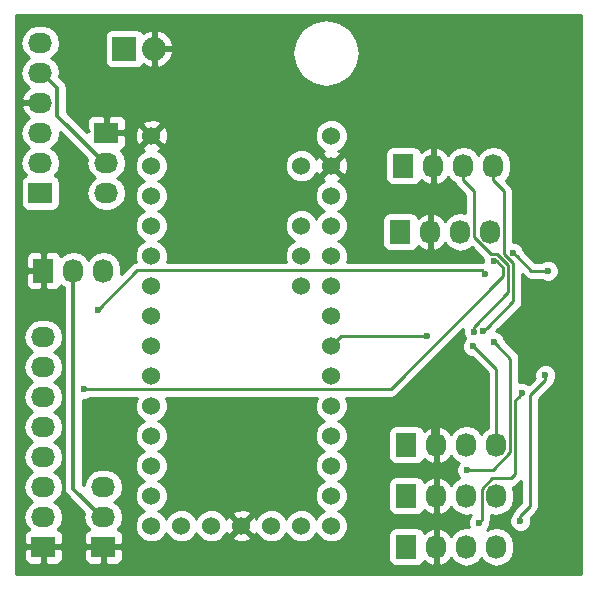
<source format=gbl>
G04 #@! TF.FileFunction,Copper,L2,Bot,Signal*
%FSLAX46Y46*%
G04 Gerber Fmt 4.6, Leading zero omitted, Abs format (unit mm)*
G04 Created by KiCad (PCBNEW (2016-01-17 BZR 6493, Git da9ca2d)-product) date 19.01.2016 21.57.00*
%MOMM*%
G01*
G04 APERTURE LIST*
%ADD10C,0.100000*%
%ADD11C,1.524000*%
%ADD12R,2.032000X1.727200*%
%ADD13O,2.032000X1.727200*%
%ADD14R,1.727200X2.032000*%
%ADD15O,1.727200X2.032000*%
%ADD16R,2.032000X2.032000*%
%ADD17O,2.032000X2.032000*%
%ADD18C,0.600000*%
%ADD19C,0.350000*%
%ADD20C,0.220000*%
%ADD21C,0.254000*%
G04 APERTURE END LIST*
D10*
D11*
X112268000Y-67310000D03*
X112268000Y-69850000D03*
X112268000Y-62230000D03*
X112268000Y-64770000D03*
X112268000Y-72390000D03*
X112268000Y-74930000D03*
X112268000Y-77470000D03*
X112268000Y-80010000D03*
X112268000Y-82550000D03*
X112268000Y-85090000D03*
X112268000Y-87630000D03*
X112268000Y-90170000D03*
X112268000Y-92710000D03*
X112268000Y-95250000D03*
X127508000Y-95250000D03*
X127508000Y-92710000D03*
X127508000Y-90170000D03*
X127508000Y-87630000D03*
X127508000Y-85090000D03*
X127508000Y-82550000D03*
X127508000Y-80010000D03*
X127508000Y-77470000D03*
X127508000Y-74930000D03*
X127508000Y-72390000D03*
X127508000Y-69850000D03*
X127508000Y-67310000D03*
X127508000Y-64770000D03*
X127508000Y-62230000D03*
X124968000Y-64770000D03*
X124968000Y-69850000D03*
X124968000Y-72390000D03*
X124968000Y-74930000D03*
X124968000Y-95250000D03*
X122428000Y-95250000D03*
X119888000Y-95250000D03*
X117348000Y-95250000D03*
X114808000Y-95250000D03*
D12*
X108458000Y-61976000D03*
D13*
X108458000Y-64516000D03*
X108458000Y-67056000D03*
D14*
X103124000Y-73660000D03*
D15*
X105664000Y-73660000D03*
X108204000Y-73660000D03*
D12*
X108204000Y-97028000D03*
D13*
X108204000Y-94488000D03*
X108204000Y-91948000D03*
D12*
X102870000Y-67056000D03*
D13*
X102870000Y-64516000D03*
X102870000Y-61976000D03*
X102870000Y-59436000D03*
X102870000Y-56896000D03*
X102870000Y-54356000D03*
D16*
X109982000Y-54864000D03*
D17*
X112522000Y-54864000D03*
D14*
X133858000Y-88392000D03*
D15*
X136398000Y-88392000D03*
X138938000Y-88392000D03*
X141478000Y-88392000D03*
D14*
X133604000Y-64770000D03*
D15*
X136144000Y-64770000D03*
X138684000Y-64770000D03*
X141224000Y-64770000D03*
D14*
X133858000Y-92710000D03*
D15*
X136398000Y-92710000D03*
X138938000Y-92710000D03*
X141478000Y-92710000D03*
D14*
X133858000Y-97028000D03*
D15*
X136398000Y-97028000D03*
X138938000Y-97028000D03*
X141478000Y-97028000D03*
D14*
X133350000Y-70358000D03*
D15*
X135890000Y-70358000D03*
X138430000Y-70358000D03*
X140970000Y-70358000D03*
D12*
X103124000Y-97028000D03*
D13*
X103124000Y-94488000D03*
X103124000Y-91948000D03*
X103124000Y-89408000D03*
X103124000Y-86868000D03*
X103124000Y-84328000D03*
X103124000Y-81788000D03*
X103124000Y-79248000D03*
D18*
X136057640Y-84140040D03*
X135636000Y-79202280D03*
X141300666Y-72870242D03*
X106553000Y-83642200D03*
X140528040Y-73924160D03*
X107746800Y-76936600D03*
X139526980Y-80060800D03*
X140380724Y-78788422D03*
X143517620Y-94823280D03*
X145633440Y-82489040D03*
X139581096Y-78813217D03*
X141252209Y-79659907D03*
X138993880Y-90520520D03*
X143658136Y-84025910D03*
X139979400Y-94996000D03*
X142889645Y-72128333D03*
X145846800Y-73660000D03*
D19*
X108458000Y-64516000D02*
X108305600Y-64516000D01*
X108305600Y-64516000D02*
X104311010Y-60521410D01*
X104311010Y-58184610D02*
X103022400Y-56896000D01*
X104311010Y-60521410D02*
X104311010Y-58184610D01*
X103022400Y-56896000D02*
X102870000Y-56896000D01*
X108204000Y-94488000D02*
X108051600Y-94488000D01*
X108051600Y-94488000D02*
X105664000Y-92100400D01*
X105664000Y-92100400D02*
X105664000Y-75026000D01*
X105664000Y-75026000D02*
X105664000Y-73660000D01*
D20*
X136057640Y-84140040D02*
X136057640Y-88051640D01*
X136057640Y-88051640D02*
X136398000Y-88392000D01*
X135636000Y-79202280D02*
X128315720Y-79202280D01*
X128315720Y-79202280D02*
X127508000Y-80010000D01*
X142067682Y-74110282D02*
X142067682Y-73405482D01*
X142067682Y-73405482D02*
X141532442Y-72870242D01*
X106553000Y-83642200D02*
X132535764Y-83642200D01*
X132535764Y-83642200D02*
X142067682Y-74110282D01*
X141532442Y-72870242D02*
X141300666Y-72870242D01*
X140228041Y-73624161D02*
X140528040Y-73924160D01*
X107746800Y-76936600D02*
X111059239Y-73624161D01*
X111059239Y-73624161D02*
X140228041Y-73624161D01*
X141478000Y-88392000D02*
X141478000Y-82011820D01*
X141478000Y-82011820D02*
X139826979Y-80360799D01*
X139826979Y-80360799D02*
X139526980Y-80060800D01*
X141224000Y-66006000D02*
X142143610Y-66925610D01*
X142928024Y-73029410D02*
X142928024Y-76241122D01*
X142143610Y-66925610D02*
X142143610Y-72244996D01*
X142143610Y-72244996D02*
X142928024Y-73029410D01*
X140680723Y-78488423D02*
X140380724Y-78788422D01*
X142928024Y-76241122D02*
X140680723Y-78488423D01*
X141224000Y-64770000D02*
X141224000Y-66006000D01*
X145633440Y-82489040D02*
X145633440Y-82913304D01*
X145633440Y-82913304D02*
X144332960Y-84213784D01*
X143517620Y-94399016D02*
X143517620Y-94823280D01*
X144332960Y-84213784D02*
X144332960Y-93583676D01*
X144332960Y-93583676D02*
X143517620Y-94399016D01*
X141564870Y-72260241D02*
X142487693Y-73183064D01*
X142487693Y-75482356D02*
X139581096Y-78388953D01*
X141034383Y-72260241D02*
X141564870Y-72260241D01*
X138684000Y-64770000D02*
X138684000Y-66006000D01*
X142487693Y-73183064D02*
X142487693Y-75482356D01*
X138684000Y-66006000D02*
X139603610Y-66925610D01*
X139603610Y-66925610D02*
X139603610Y-70829468D01*
X139603610Y-70829468D02*
X141034383Y-72260241D01*
X139581096Y-78388953D02*
X139581096Y-78813217D01*
X142677598Y-81085296D02*
X141552208Y-79959906D01*
X141183444Y-90520520D02*
X142677598Y-89026366D01*
X138993880Y-90520520D02*
X141183444Y-90520520D01*
X142677598Y-89026366D02*
X142677598Y-81085296D01*
X141552208Y-79959906D02*
X141252209Y-79659907D01*
X141130722Y-91242282D02*
X142705522Y-91242282D01*
X143097609Y-90850195D02*
X143097609Y-84586437D01*
X140279399Y-92093605D02*
X141130722Y-91242282D01*
X142705522Y-91242282D02*
X143097609Y-90850195D01*
X139979400Y-94996000D02*
X140279399Y-94696001D01*
X140279399Y-94696001D02*
X140279399Y-92093605D01*
X143358137Y-84325909D02*
X143658136Y-84025910D01*
X143097609Y-84586437D02*
X143358137Y-84325909D01*
X143189644Y-72428332D02*
X142889645Y-72128333D01*
X144421312Y-73660000D02*
X143189644Y-72428332D01*
X145846800Y-73660000D02*
X144421312Y-73660000D01*
D21*
G36*
X148642000Y-99366000D02*
X100786000Y-99366000D01*
X100786000Y-97313750D01*
X101473000Y-97313750D01*
X101473000Y-98017910D01*
X101569673Y-98251299D01*
X101748302Y-98429927D01*
X101981691Y-98526600D01*
X102838250Y-98526600D01*
X102997000Y-98367850D01*
X102997000Y-97155000D01*
X103251000Y-97155000D01*
X103251000Y-98367850D01*
X103409750Y-98526600D01*
X104266309Y-98526600D01*
X104499698Y-98429927D01*
X104678327Y-98251299D01*
X104775000Y-98017910D01*
X104775000Y-97313750D01*
X106553000Y-97313750D01*
X106553000Y-98017910D01*
X106649673Y-98251299D01*
X106828302Y-98429927D01*
X107061691Y-98526600D01*
X107918250Y-98526600D01*
X108077000Y-98367850D01*
X108077000Y-97155000D01*
X108331000Y-97155000D01*
X108331000Y-98367850D01*
X108489750Y-98526600D01*
X109346309Y-98526600D01*
X109579698Y-98429927D01*
X109758327Y-98251299D01*
X109855000Y-98017910D01*
X109855000Y-97313750D01*
X109696250Y-97155000D01*
X108331000Y-97155000D01*
X108077000Y-97155000D01*
X106711750Y-97155000D01*
X106553000Y-97313750D01*
X104775000Y-97313750D01*
X104616250Y-97155000D01*
X103251000Y-97155000D01*
X102997000Y-97155000D01*
X101631750Y-97155000D01*
X101473000Y-97313750D01*
X100786000Y-97313750D01*
X100786000Y-79248000D01*
X101440655Y-79248000D01*
X101554729Y-79821489D01*
X101879585Y-80307670D01*
X102194366Y-80518000D01*
X101879585Y-80728330D01*
X101554729Y-81214511D01*
X101440655Y-81788000D01*
X101554729Y-82361489D01*
X101879585Y-82847670D01*
X102194366Y-83058000D01*
X101879585Y-83268330D01*
X101554729Y-83754511D01*
X101440655Y-84328000D01*
X101554729Y-84901489D01*
X101879585Y-85387670D01*
X102194366Y-85598000D01*
X101879585Y-85808330D01*
X101554729Y-86294511D01*
X101440655Y-86868000D01*
X101554729Y-87441489D01*
X101879585Y-87927670D01*
X102194366Y-88138000D01*
X101879585Y-88348330D01*
X101554729Y-88834511D01*
X101440655Y-89408000D01*
X101554729Y-89981489D01*
X101879585Y-90467670D01*
X102194366Y-90678000D01*
X101879585Y-90888330D01*
X101554729Y-91374511D01*
X101440655Y-91948000D01*
X101554729Y-92521489D01*
X101879585Y-93007670D01*
X102194366Y-93218000D01*
X101879585Y-93428330D01*
X101554729Y-93914511D01*
X101440655Y-94488000D01*
X101554729Y-95061489D01*
X101879585Y-95547670D01*
X101901780Y-95562500D01*
X101748302Y-95626073D01*
X101569673Y-95804701D01*
X101473000Y-96038090D01*
X101473000Y-96742250D01*
X101631750Y-96901000D01*
X102997000Y-96901000D01*
X102997000Y-96881000D01*
X103251000Y-96881000D01*
X103251000Y-96901000D01*
X104616250Y-96901000D01*
X104775000Y-96742250D01*
X104775000Y-96038090D01*
X104678327Y-95804701D01*
X104499698Y-95626073D01*
X104346220Y-95562500D01*
X104368415Y-95547670D01*
X104693271Y-95061489D01*
X104807345Y-94488000D01*
X104693271Y-93914511D01*
X104368415Y-93428330D01*
X104053634Y-93218000D01*
X104368415Y-93007670D01*
X104693271Y-92521489D01*
X104807345Y-91948000D01*
X104693271Y-91374511D01*
X104368415Y-90888330D01*
X104053634Y-90678000D01*
X104368415Y-90467670D01*
X104693271Y-89981489D01*
X104807345Y-89408000D01*
X104693271Y-88834511D01*
X104368415Y-88348330D01*
X104053634Y-88138000D01*
X104368415Y-87927670D01*
X104693271Y-87441489D01*
X104807345Y-86868000D01*
X104693271Y-86294511D01*
X104368415Y-85808330D01*
X104053634Y-85598000D01*
X104368415Y-85387670D01*
X104693271Y-84901489D01*
X104807345Y-84328000D01*
X104693271Y-83754511D01*
X104368415Y-83268330D01*
X104053634Y-83058000D01*
X104368415Y-82847670D01*
X104693271Y-82361489D01*
X104807345Y-81788000D01*
X104693271Y-81214511D01*
X104368415Y-80728330D01*
X104053634Y-80518000D01*
X104368415Y-80307670D01*
X104693271Y-79821489D01*
X104807345Y-79248000D01*
X104693271Y-78674511D01*
X104368415Y-78188330D01*
X103882234Y-77863474D01*
X103308745Y-77749400D01*
X102939255Y-77749400D01*
X102365766Y-77863474D01*
X101879585Y-78188330D01*
X101554729Y-78674511D01*
X101440655Y-79248000D01*
X100786000Y-79248000D01*
X100786000Y-73945750D01*
X101625400Y-73945750D01*
X101625400Y-74802309D01*
X101722073Y-75035698D01*
X101900701Y-75214327D01*
X102134090Y-75311000D01*
X102838250Y-75311000D01*
X102997000Y-75152250D01*
X102997000Y-73787000D01*
X101784150Y-73787000D01*
X101625400Y-73945750D01*
X100786000Y-73945750D01*
X100786000Y-72517691D01*
X101625400Y-72517691D01*
X101625400Y-73374250D01*
X101784150Y-73533000D01*
X102997000Y-73533000D01*
X102997000Y-72167750D01*
X103251000Y-72167750D01*
X103251000Y-73533000D01*
X103271000Y-73533000D01*
X103271000Y-73787000D01*
X103251000Y-73787000D01*
X103251000Y-75152250D01*
X103409750Y-75311000D01*
X104113910Y-75311000D01*
X104347299Y-75214327D01*
X104525927Y-75035698D01*
X104589500Y-74882220D01*
X104604330Y-74904415D01*
X104854000Y-75071239D01*
X104854000Y-92100400D01*
X104915658Y-92410374D01*
X105091244Y-92673156D01*
X106584602Y-94166515D01*
X106520655Y-94488000D01*
X106634729Y-95061489D01*
X106959585Y-95547670D01*
X106981780Y-95562500D01*
X106828302Y-95626073D01*
X106649673Y-95804701D01*
X106553000Y-96038090D01*
X106553000Y-96742250D01*
X106711750Y-96901000D01*
X108077000Y-96901000D01*
X108077000Y-96881000D01*
X108331000Y-96881000D01*
X108331000Y-96901000D01*
X109696250Y-96901000D01*
X109855000Y-96742250D01*
X109855000Y-96038090D01*
X109758327Y-95804701D01*
X109579698Y-95626073D01*
X109426220Y-95562500D01*
X109448415Y-95547670D01*
X109773271Y-95061489D01*
X109887345Y-94488000D01*
X109773271Y-93914511D01*
X109448415Y-93428330D01*
X109133634Y-93218000D01*
X109448415Y-93007670D01*
X109773271Y-92521489D01*
X109887345Y-91948000D01*
X109773271Y-91374511D01*
X109448415Y-90888330D01*
X108962234Y-90563474D01*
X108388745Y-90449400D01*
X108019255Y-90449400D01*
X107445766Y-90563474D01*
X106959585Y-90888330D01*
X106634729Y-91374511D01*
X106543295Y-91834183D01*
X106474000Y-91764888D01*
X106474000Y-84577132D01*
X106738167Y-84577362D01*
X107081943Y-84435317D01*
X107130144Y-84387200D01*
X111047178Y-84387200D01*
X110871243Y-84810900D01*
X110870758Y-85366661D01*
X111082990Y-85880303D01*
X111475630Y-86273629D01*
X111683512Y-86359949D01*
X111477697Y-86444990D01*
X111084371Y-86837630D01*
X110871243Y-87350900D01*
X110870758Y-87906661D01*
X111082990Y-88420303D01*
X111475630Y-88813629D01*
X111683512Y-88899949D01*
X111477697Y-88984990D01*
X111084371Y-89377630D01*
X110871243Y-89890900D01*
X110870758Y-90446661D01*
X111082990Y-90960303D01*
X111475630Y-91353629D01*
X111683512Y-91439949D01*
X111477697Y-91524990D01*
X111084371Y-91917630D01*
X110871243Y-92430900D01*
X110870758Y-92986661D01*
X111082990Y-93500303D01*
X111475630Y-93893629D01*
X111683512Y-93979949D01*
X111477697Y-94064990D01*
X111084371Y-94457630D01*
X110871243Y-94970900D01*
X110870758Y-95526661D01*
X111082990Y-96040303D01*
X111475630Y-96433629D01*
X111988900Y-96646757D01*
X112544661Y-96647242D01*
X113058303Y-96435010D01*
X113451629Y-96042370D01*
X113537949Y-95834488D01*
X113622990Y-96040303D01*
X114015630Y-96433629D01*
X114528900Y-96646757D01*
X115084661Y-96647242D01*
X115598303Y-96435010D01*
X115991629Y-96042370D01*
X116077949Y-95834488D01*
X116162990Y-96040303D01*
X116555630Y-96433629D01*
X117068900Y-96646757D01*
X117624661Y-96647242D01*
X118138303Y-96435010D01*
X118343457Y-96230213D01*
X119087392Y-96230213D01*
X119156857Y-96472397D01*
X119680302Y-96659144D01*
X120235368Y-96631362D01*
X120619143Y-96472397D01*
X120688608Y-96230213D01*
X119888000Y-95429605D01*
X119087392Y-96230213D01*
X118343457Y-96230213D01*
X118531629Y-96042370D01*
X118611395Y-95850273D01*
X118665603Y-95981143D01*
X118907787Y-96050608D01*
X119708395Y-95250000D01*
X118907787Y-94449392D01*
X118665603Y-94518857D01*
X118615491Y-94659318D01*
X118533010Y-94459697D01*
X118343432Y-94269787D01*
X119087392Y-94269787D01*
X119888000Y-95070395D01*
X120688608Y-94269787D01*
X120619143Y-94027603D01*
X120095698Y-93840856D01*
X119540632Y-93868638D01*
X119156857Y-94027603D01*
X119087392Y-94269787D01*
X118343432Y-94269787D01*
X118140370Y-94066371D01*
X117627100Y-93853243D01*
X117071339Y-93852758D01*
X116557697Y-94064990D01*
X116164371Y-94457630D01*
X116078051Y-94665512D01*
X115993010Y-94459697D01*
X115600370Y-94066371D01*
X115087100Y-93853243D01*
X114531339Y-93852758D01*
X114017697Y-94064990D01*
X113624371Y-94457630D01*
X113538051Y-94665512D01*
X113453010Y-94459697D01*
X113060370Y-94066371D01*
X112852488Y-93980051D01*
X113058303Y-93895010D01*
X113451629Y-93502370D01*
X113664757Y-92989100D01*
X113665242Y-92433339D01*
X113453010Y-91919697D01*
X113060370Y-91526371D01*
X112852488Y-91440051D01*
X113058303Y-91355010D01*
X113451629Y-90962370D01*
X113664757Y-90449100D01*
X113665242Y-89893339D01*
X113453010Y-89379697D01*
X113060370Y-88986371D01*
X112852488Y-88900051D01*
X113058303Y-88815010D01*
X113451629Y-88422370D01*
X113664757Y-87909100D01*
X113665242Y-87353339D01*
X113453010Y-86839697D01*
X113060370Y-86446371D01*
X112852488Y-86360051D01*
X113058303Y-86275010D01*
X113451629Y-85882370D01*
X113664757Y-85369100D01*
X113665242Y-84813339D01*
X113489165Y-84387200D01*
X126287178Y-84387200D01*
X126111243Y-84810900D01*
X126110758Y-85366661D01*
X126322990Y-85880303D01*
X126715630Y-86273629D01*
X126923512Y-86359949D01*
X126717697Y-86444990D01*
X126324371Y-86837630D01*
X126111243Y-87350900D01*
X126110758Y-87906661D01*
X126322990Y-88420303D01*
X126715630Y-88813629D01*
X126923512Y-88899949D01*
X126717697Y-88984990D01*
X126324371Y-89377630D01*
X126111243Y-89890900D01*
X126110758Y-90446661D01*
X126322990Y-90960303D01*
X126715630Y-91353629D01*
X126923512Y-91439949D01*
X126717697Y-91524990D01*
X126324371Y-91917630D01*
X126111243Y-92430900D01*
X126110758Y-92986661D01*
X126322990Y-93500303D01*
X126715630Y-93893629D01*
X126923512Y-93979949D01*
X126717697Y-94064990D01*
X126324371Y-94457630D01*
X126238051Y-94665512D01*
X126153010Y-94459697D01*
X125760370Y-94066371D01*
X125247100Y-93853243D01*
X124691339Y-93852758D01*
X124177697Y-94064990D01*
X123784371Y-94457630D01*
X123698051Y-94665512D01*
X123613010Y-94459697D01*
X123220370Y-94066371D01*
X122707100Y-93853243D01*
X122151339Y-93852758D01*
X121637697Y-94064990D01*
X121244371Y-94457630D01*
X121164605Y-94649727D01*
X121110397Y-94518857D01*
X120868213Y-94449392D01*
X120067605Y-95250000D01*
X120868213Y-96050608D01*
X121110397Y-95981143D01*
X121160509Y-95840682D01*
X121242990Y-96040303D01*
X121635630Y-96433629D01*
X122148900Y-96646757D01*
X122704661Y-96647242D01*
X123218303Y-96435010D01*
X123611629Y-96042370D01*
X123697949Y-95834488D01*
X123782990Y-96040303D01*
X124175630Y-96433629D01*
X124688900Y-96646757D01*
X125244661Y-96647242D01*
X125758303Y-96435010D01*
X126151629Y-96042370D01*
X126237949Y-95834488D01*
X126322990Y-96040303D01*
X126715630Y-96433629D01*
X127228900Y-96646757D01*
X127784661Y-96647242D01*
X128298303Y-96435010D01*
X128691629Y-96042370D01*
X128704239Y-96012000D01*
X132346960Y-96012000D01*
X132346960Y-98044000D01*
X132396243Y-98291765D01*
X132536591Y-98501809D01*
X132746635Y-98642157D01*
X132994400Y-98691440D01*
X134721600Y-98691440D01*
X134969365Y-98642157D01*
X135179409Y-98501809D01*
X135319757Y-98291765D01*
X135337694Y-98201590D01*
X135495964Y-98378732D01*
X136023209Y-98632709D01*
X136038974Y-98635358D01*
X136271000Y-98514217D01*
X136271000Y-97155000D01*
X136251000Y-97155000D01*
X136251000Y-96901000D01*
X136271000Y-96901000D01*
X136271000Y-95541783D01*
X136038974Y-95420642D01*
X136023209Y-95423291D01*
X135495964Y-95677268D01*
X135337694Y-95854410D01*
X135319757Y-95764235D01*
X135179409Y-95554191D01*
X134969365Y-95413843D01*
X134721600Y-95364560D01*
X132994400Y-95364560D01*
X132746635Y-95413843D01*
X132536591Y-95554191D01*
X132396243Y-95764235D01*
X132346960Y-96012000D01*
X128704239Y-96012000D01*
X128904757Y-95529100D01*
X128905242Y-94973339D01*
X128693010Y-94459697D01*
X128300370Y-94066371D01*
X128092488Y-93980051D01*
X128298303Y-93895010D01*
X128691629Y-93502370D01*
X128904757Y-92989100D01*
X128905242Y-92433339D01*
X128693010Y-91919697D01*
X128467707Y-91694000D01*
X132346960Y-91694000D01*
X132346960Y-93726000D01*
X132396243Y-93973765D01*
X132536591Y-94183809D01*
X132746635Y-94324157D01*
X132994400Y-94373440D01*
X134721600Y-94373440D01*
X134969365Y-94324157D01*
X135179409Y-94183809D01*
X135319757Y-93973765D01*
X135337694Y-93883590D01*
X135495964Y-94060732D01*
X136023209Y-94314709D01*
X136038974Y-94317358D01*
X136271000Y-94196217D01*
X136271000Y-92837000D01*
X136251000Y-92837000D01*
X136251000Y-92583000D01*
X136271000Y-92583000D01*
X136271000Y-91223783D01*
X136038974Y-91102642D01*
X136023209Y-91105291D01*
X135495964Y-91359268D01*
X135337694Y-91536410D01*
X135319757Y-91446235D01*
X135179409Y-91236191D01*
X134969365Y-91095843D01*
X134721600Y-91046560D01*
X132994400Y-91046560D01*
X132746635Y-91095843D01*
X132536591Y-91236191D01*
X132396243Y-91446235D01*
X132346960Y-91694000D01*
X128467707Y-91694000D01*
X128300370Y-91526371D01*
X128092488Y-91440051D01*
X128298303Y-91355010D01*
X128691629Y-90962370D01*
X128904757Y-90449100D01*
X128905242Y-89893339D01*
X128693010Y-89379697D01*
X128300370Y-88986371D01*
X128092488Y-88900051D01*
X128298303Y-88815010D01*
X128691629Y-88422370D01*
X128904757Y-87909100D01*
X128905222Y-87376000D01*
X132346960Y-87376000D01*
X132346960Y-89408000D01*
X132396243Y-89655765D01*
X132536591Y-89865809D01*
X132746635Y-90006157D01*
X132994400Y-90055440D01*
X134721600Y-90055440D01*
X134969365Y-90006157D01*
X135179409Y-89865809D01*
X135319757Y-89655765D01*
X135337694Y-89565590D01*
X135495964Y-89742732D01*
X136023209Y-89996709D01*
X136038974Y-89999358D01*
X136271000Y-89878217D01*
X136271000Y-88519000D01*
X136251000Y-88519000D01*
X136251000Y-88265000D01*
X136271000Y-88265000D01*
X136271000Y-86905783D01*
X136038974Y-86784642D01*
X136023209Y-86787291D01*
X135495964Y-87041268D01*
X135337694Y-87218410D01*
X135319757Y-87128235D01*
X135179409Y-86918191D01*
X134969365Y-86777843D01*
X134721600Y-86728560D01*
X132994400Y-86728560D01*
X132746635Y-86777843D01*
X132536591Y-86918191D01*
X132396243Y-87128235D01*
X132346960Y-87376000D01*
X128905222Y-87376000D01*
X128905242Y-87353339D01*
X128693010Y-86839697D01*
X128300370Y-86446371D01*
X128092488Y-86360051D01*
X128298303Y-86275010D01*
X128691629Y-85882370D01*
X128904757Y-85369100D01*
X128905242Y-84813339D01*
X128729165Y-84387200D01*
X132535759Y-84387200D01*
X132535764Y-84387201D01*
X132820863Y-84330490D01*
X133062559Y-84168995D01*
X138675459Y-78556094D01*
X138646258Y-78626418D01*
X138645934Y-78998384D01*
X138787979Y-79342160D01*
X138855586Y-79409885D01*
X138734788Y-79530473D01*
X138592142Y-79874001D01*
X138591818Y-80245967D01*
X138733863Y-80589743D01*
X138996653Y-80852992D01*
X139340181Y-80995638D01*
X139408287Y-80995697D01*
X140733000Y-82320409D01*
X140733000Y-86937329D01*
X140418330Y-87147585D01*
X140208000Y-87462366D01*
X139997670Y-87147585D01*
X139511489Y-86822729D01*
X138938000Y-86708655D01*
X138364511Y-86822729D01*
X137878330Y-87147585D01*
X137671539Y-87457069D01*
X137300036Y-87041268D01*
X136772791Y-86787291D01*
X136757026Y-86784642D01*
X136525000Y-86905783D01*
X136525000Y-88265000D01*
X136545000Y-88265000D01*
X136545000Y-88519000D01*
X136525000Y-88519000D01*
X136525000Y-89878217D01*
X136757026Y-89999358D01*
X136772791Y-89996709D01*
X137300036Y-89742732D01*
X137671539Y-89326931D01*
X137878330Y-89636415D01*
X138284330Y-89907695D01*
X138201688Y-89990193D01*
X138059042Y-90333721D01*
X138058718Y-90705687D01*
X138200763Y-91049463D01*
X138320935Y-91169845D01*
X137878330Y-91465585D01*
X137671539Y-91775069D01*
X137300036Y-91359268D01*
X136772791Y-91105291D01*
X136757026Y-91102642D01*
X136525000Y-91223783D01*
X136525000Y-92583000D01*
X136545000Y-92583000D01*
X136545000Y-92837000D01*
X136525000Y-92837000D01*
X136525000Y-94196217D01*
X136757026Y-94317358D01*
X136772791Y-94314709D01*
X137300036Y-94060732D01*
X137671539Y-93644931D01*
X137878330Y-93954415D01*
X138364511Y-94279271D01*
X138938000Y-94393345D01*
X139339706Y-94313441D01*
X139187208Y-94465673D01*
X139044562Y-94809201D01*
X139044238Y-95181167D01*
X139127352Y-95382319D01*
X138938000Y-95344655D01*
X138364511Y-95458729D01*
X137878330Y-95783585D01*
X137671539Y-96093069D01*
X137300036Y-95677268D01*
X136772791Y-95423291D01*
X136757026Y-95420642D01*
X136525000Y-95541783D01*
X136525000Y-96901000D01*
X136545000Y-96901000D01*
X136545000Y-97155000D01*
X136525000Y-97155000D01*
X136525000Y-98514217D01*
X136757026Y-98635358D01*
X136772791Y-98632709D01*
X137300036Y-98378732D01*
X137671539Y-97962931D01*
X137878330Y-98272415D01*
X138364511Y-98597271D01*
X138938000Y-98711345D01*
X139511489Y-98597271D01*
X139997670Y-98272415D01*
X140208000Y-97957634D01*
X140418330Y-98272415D01*
X140904511Y-98597271D01*
X141478000Y-98711345D01*
X142051489Y-98597271D01*
X142537670Y-98272415D01*
X142862526Y-97786234D01*
X142976600Y-97212745D01*
X142976600Y-96843255D01*
X142862526Y-96269766D01*
X142537670Y-95783585D01*
X142051489Y-95458729D01*
X141478000Y-95344655D01*
X140904511Y-95458729D01*
X140707317Y-95590490D01*
X140771592Y-95526327D01*
X140914238Y-95182799D01*
X140914344Y-95060937D01*
X140967689Y-94981100D01*
X140978687Y-94925811D01*
X141024400Y-94696001D01*
X141024399Y-94695996D01*
X141024399Y-94303118D01*
X141478000Y-94393345D01*
X142051489Y-94279271D01*
X142537670Y-93954415D01*
X142862526Y-93468234D01*
X142976600Y-92894745D01*
X142976600Y-92525255D01*
X142863346Y-91955889D01*
X142990621Y-91930572D01*
X143232317Y-91769077D01*
X143587960Y-91413433D01*
X143587960Y-93275087D01*
X142990825Y-93872221D01*
X142829330Y-94113917D01*
X142810637Y-94207893D01*
X142725428Y-94292953D01*
X142582782Y-94636481D01*
X142582458Y-95008447D01*
X142724503Y-95352223D01*
X142987293Y-95615472D01*
X143330821Y-95758118D01*
X143702787Y-95758442D01*
X144046563Y-95616397D01*
X144309812Y-95353607D01*
X144452458Y-95010079D01*
X144452782Y-94638113D01*
X144417501Y-94552725D01*
X144859752Y-94110473D01*
X144859755Y-94110471D01*
X145021250Y-93868775D01*
X145024436Y-93852758D01*
X145077961Y-93583676D01*
X145077960Y-93583671D01*
X145077960Y-84522374D01*
X146160232Y-83440101D01*
X146160235Y-83440099D01*
X146321730Y-83198403D01*
X146340423Y-83104427D01*
X146425632Y-83019367D01*
X146568278Y-82675839D01*
X146568602Y-82303873D01*
X146426557Y-81960097D01*
X146163767Y-81696848D01*
X145820239Y-81554202D01*
X145448273Y-81553878D01*
X145104497Y-81695923D01*
X144841248Y-81958713D01*
X144698602Y-82302241D01*
X144698278Y-82674207D01*
X144733560Y-82759595D01*
X144223919Y-83269236D01*
X144188463Y-83233718D01*
X143844935Y-83091072D01*
X143472969Y-83090748D01*
X143422598Y-83111561D01*
X143422598Y-81085301D01*
X143422599Y-81085296D01*
X143365888Y-80800197D01*
X143317868Y-80728330D01*
X143204393Y-80558501D01*
X143204390Y-80558499D01*
X142187313Y-79541421D01*
X142187371Y-79474740D01*
X142045326Y-79130964D01*
X141782536Y-78867715D01*
X141480456Y-78742280D01*
X143454816Y-76767919D01*
X143454819Y-76767917D01*
X143616314Y-76526221D01*
X143639898Y-76407657D01*
X143673025Y-76241122D01*
X143673024Y-76241117D01*
X143673024Y-73965301D01*
X143894515Y-74186792D01*
X143894517Y-74186795D01*
X143938226Y-74216000D01*
X144136213Y-74348290D01*
X144421312Y-74405001D01*
X144421317Y-74405000D01*
X145269363Y-74405000D01*
X145316473Y-74452192D01*
X145660001Y-74594838D01*
X146031967Y-74595162D01*
X146375743Y-74453117D01*
X146638992Y-74190327D01*
X146781638Y-73846799D01*
X146781962Y-73474833D01*
X146639917Y-73131057D01*
X146377127Y-72867808D01*
X146033599Y-72725162D01*
X145661633Y-72724838D01*
X145317857Y-72866883D01*
X145269656Y-72915000D01*
X144729901Y-72915000D01*
X143824749Y-72009847D01*
X143824807Y-71943166D01*
X143682762Y-71599390D01*
X143419972Y-71336141D01*
X143076444Y-71193495D01*
X142888610Y-71193331D01*
X142888610Y-66925615D01*
X142888611Y-66925610D01*
X142831900Y-66640511D01*
X142670405Y-66398815D01*
X142284605Y-66013015D01*
X142608526Y-65528234D01*
X142722600Y-64954745D01*
X142722600Y-64585255D01*
X142608526Y-64011766D01*
X142283670Y-63525585D01*
X141797489Y-63200729D01*
X141224000Y-63086655D01*
X140650511Y-63200729D01*
X140164330Y-63525585D01*
X139954000Y-63840366D01*
X139743670Y-63525585D01*
X139257489Y-63200729D01*
X138684000Y-63086655D01*
X138110511Y-63200729D01*
X137624330Y-63525585D01*
X137417539Y-63835069D01*
X137046036Y-63419268D01*
X136518791Y-63165291D01*
X136503026Y-63162642D01*
X136271000Y-63283783D01*
X136271000Y-64643000D01*
X136291000Y-64643000D01*
X136291000Y-64897000D01*
X136271000Y-64897000D01*
X136271000Y-66256217D01*
X136503026Y-66377358D01*
X136518791Y-66374709D01*
X137046036Y-66120732D01*
X137417539Y-65704931D01*
X137624330Y-66014415D01*
X137989164Y-66258189D01*
X137995710Y-66291099D01*
X138157205Y-66532795D01*
X138858610Y-67234200D01*
X138858610Y-68759911D01*
X138430000Y-68674655D01*
X137856511Y-68788729D01*
X137370330Y-69113585D01*
X137163539Y-69423069D01*
X136792036Y-69007268D01*
X136264791Y-68753291D01*
X136249026Y-68750642D01*
X136017000Y-68871783D01*
X136017000Y-70231000D01*
X136037000Y-70231000D01*
X136037000Y-70485000D01*
X136017000Y-70485000D01*
X136017000Y-71844217D01*
X136249026Y-71965358D01*
X136264791Y-71962709D01*
X136792036Y-71708732D01*
X137163539Y-71292931D01*
X137370330Y-71602415D01*
X137856511Y-71927271D01*
X138430000Y-72041345D01*
X139003489Y-71927271D01*
X139389739Y-71669187D01*
X140377027Y-72656474D01*
X140365828Y-72683443D01*
X140365634Y-72906530D01*
X140228041Y-72879160D01*
X140228036Y-72879161D01*
X128817532Y-72879161D01*
X128904757Y-72669100D01*
X128905242Y-72113339D01*
X128693010Y-71599697D01*
X128300370Y-71206371D01*
X128092488Y-71120051D01*
X128298303Y-71035010D01*
X128691629Y-70642370D01*
X128904757Y-70129100D01*
X128905242Y-69573339D01*
X128809655Y-69342000D01*
X131838960Y-69342000D01*
X131838960Y-71374000D01*
X131888243Y-71621765D01*
X132028591Y-71831809D01*
X132238635Y-71972157D01*
X132486400Y-72021440D01*
X134213600Y-72021440D01*
X134461365Y-71972157D01*
X134671409Y-71831809D01*
X134811757Y-71621765D01*
X134829694Y-71531590D01*
X134987964Y-71708732D01*
X135515209Y-71962709D01*
X135530974Y-71965358D01*
X135763000Y-71844217D01*
X135763000Y-70485000D01*
X135743000Y-70485000D01*
X135743000Y-70231000D01*
X135763000Y-70231000D01*
X135763000Y-68871783D01*
X135530974Y-68750642D01*
X135515209Y-68753291D01*
X134987964Y-69007268D01*
X134829694Y-69184410D01*
X134811757Y-69094235D01*
X134671409Y-68884191D01*
X134461365Y-68743843D01*
X134213600Y-68694560D01*
X132486400Y-68694560D01*
X132238635Y-68743843D01*
X132028591Y-68884191D01*
X131888243Y-69094235D01*
X131838960Y-69342000D01*
X128809655Y-69342000D01*
X128693010Y-69059697D01*
X128300370Y-68666371D01*
X128092488Y-68580051D01*
X128298303Y-68495010D01*
X128691629Y-68102370D01*
X128904757Y-67589100D01*
X128905242Y-67033339D01*
X128693010Y-66519697D01*
X128300370Y-66126371D01*
X128108273Y-66046605D01*
X128239143Y-65992397D01*
X128308608Y-65750213D01*
X127508000Y-64949605D01*
X126707392Y-65750213D01*
X126776857Y-65992397D01*
X126917318Y-66042509D01*
X126717697Y-66124990D01*
X126324371Y-66517630D01*
X126111243Y-67030900D01*
X126110758Y-67586661D01*
X126322990Y-68100303D01*
X126715630Y-68493629D01*
X126923512Y-68579949D01*
X126717697Y-68664990D01*
X126324371Y-69057630D01*
X126238051Y-69265512D01*
X126153010Y-69059697D01*
X125760370Y-68666371D01*
X125247100Y-68453243D01*
X124691339Y-68452758D01*
X124177697Y-68664990D01*
X123784371Y-69057630D01*
X123571243Y-69570900D01*
X123570758Y-70126661D01*
X123782990Y-70640303D01*
X124175630Y-71033629D01*
X124383512Y-71119949D01*
X124177697Y-71204990D01*
X123784371Y-71597630D01*
X123571243Y-72110900D01*
X123570758Y-72666661D01*
X123658561Y-72879161D01*
X113577532Y-72879161D01*
X113664757Y-72669100D01*
X113665242Y-72113339D01*
X113453010Y-71599697D01*
X113060370Y-71206371D01*
X112852488Y-71120051D01*
X113058303Y-71035010D01*
X113451629Y-70642370D01*
X113664757Y-70129100D01*
X113665242Y-69573339D01*
X113453010Y-69059697D01*
X113060370Y-68666371D01*
X112852488Y-68580051D01*
X113058303Y-68495010D01*
X113451629Y-68102370D01*
X113664757Y-67589100D01*
X113665242Y-67033339D01*
X113453010Y-66519697D01*
X113060370Y-66126371D01*
X112852488Y-66040051D01*
X113058303Y-65955010D01*
X113451629Y-65562370D01*
X113664757Y-65049100D01*
X113664759Y-65046661D01*
X123570758Y-65046661D01*
X123782990Y-65560303D01*
X124175630Y-65953629D01*
X124688900Y-66166757D01*
X125244661Y-66167242D01*
X125758303Y-65955010D01*
X126151629Y-65562370D01*
X126231395Y-65370273D01*
X126285603Y-65501143D01*
X126527787Y-65570608D01*
X127328395Y-64770000D01*
X127687605Y-64770000D01*
X128488213Y-65570608D01*
X128730397Y-65501143D01*
X128917144Y-64977698D01*
X128889362Y-64422632D01*
X128730397Y-64038857D01*
X128488213Y-63969392D01*
X127687605Y-64770000D01*
X127328395Y-64770000D01*
X126527787Y-63969392D01*
X126285603Y-64038857D01*
X126235491Y-64179318D01*
X126153010Y-63979697D01*
X125760370Y-63586371D01*
X125247100Y-63373243D01*
X124691339Y-63372758D01*
X124177697Y-63584990D01*
X123784371Y-63977630D01*
X123571243Y-64490900D01*
X123570758Y-65046661D01*
X113664759Y-65046661D01*
X113665242Y-64493339D01*
X113453010Y-63979697D01*
X113060370Y-63586371D01*
X112868273Y-63506605D01*
X112999143Y-63452397D01*
X113068608Y-63210213D01*
X112268000Y-62409605D01*
X111467392Y-63210213D01*
X111536857Y-63452397D01*
X111677318Y-63502509D01*
X111477697Y-63584990D01*
X111084371Y-63977630D01*
X110871243Y-64490900D01*
X110870758Y-65046661D01*
X111082990Y-65560303D01*
X111475630Y-65953629D01*
X111683512Y-66039949D01*
X111477697Y-66124990D01*
X111084371Y-66517630D01*
X110871243Y-67030900D01*
X110870758Y-67586661D01*
X111082990Y-68100303D01*
X111475630Y-68493629D01*
X111683512Y-68579949D01*
X111477697Y-68664990D01*
X111084371Y-69057630D01*
X110871243Y-69570900D01*
X110870758Y-70126661D01*
X111082990Y-70640303D01*
X111475630Y-71033629D01*
X111683512Y-71119949D01*
X111477697Y-71204990D01*
X111084371Y-71597630D01*
X110871243Y-72110900D01*
X110870758Y-72666661D01*
X110966207Y-72897666D01*
X110774140Y-72935871D01*
X110532444Y-73097366D01*
X110532442Y-73097369D01*
X109682124Y-73947687D01*
X109702600Y-73844745D01*
X109702600Y-73475255D01*
X109588526Y-72901766D01*
X109263670Y-72415585D01*
X108777489Y-72090729D01*
X108204000Y-71976655D01*
X107630511Y-72090729D01*
X107144330Y-72415585D01*
X106934000Y-72730366D01*
X106723670Y-72415585D01*
X106237489Y-72090729D01*
X105664000Y-71976655D01*
X105090511Y-72090729D01*
X104604330Y-72415585D01*
X104589500Y-72437780D01*
X104525927Y-72284302D01*
X104347299Y-72105673D01*
X104113910Y-72009000D01*
X103409750Y-72009000D01*
X103251000Y-72167750D01*
X102997000Y-72167750D01*
X102838250Y-72009000D01*
X102134090Y-72009000D01*
X101900701Y-72105673D01*
X101722073Y-72284302D01*
X101625400Y-72517691D01*
X100786000Y-72517691D01*
X100786000Y-54356000D01*
X101186655Y-54356000D01*
X101300729Y-54929489D01*
X101625585Y-55415670D01*
X101940366Y-55626000D01*
X101625585Y-55836330D01*
X101300729Y-56322511D01*
X101186655Y-56896000D01*
X101300729Y-57469489D01*
X101625585Y-57955670D01*
X101935069Y-58162461D01*
X101519268Y-58533964D01*
X101265291Y-59061209D01*
X101262642Y-59076974D01*
X101383783Y-59309000D01*
X102743000Y-59309000D01*
X102743000Y-59289000D01*
X102997000Y-59289000D01*
X102997000Y-59309000D01*
X103017000Y-59309000D01*
X103017000Y-59563000D01*
X102997000Y-59563000D01*
X102997000Y-59583000D01*
X102743000Y-59583000D01*
X102743000Y-59563000D01*
X101383783Y-59563000D01*
X101262642Y-59795026D01*
X101265291Y-59810791D01*
X101519268Y-60338036D01*
X101935069Y-60709539D01*
X101625585Y-60916330D01*
X101300729Y-61402511D01*
X101186655Y-61976000D01*
X101300729Y-62549489D01*
X101625585Y-63035670D01*
X101940366Y-63246000D01*
X101625585Y-63456330D01*
X101300729Y-63942511D01*
X101186655Y-64516000D01*
X101300729Y-65089489D01*
X101625585Y-65575670D01*
X101642566Y-65587016D01*
X101606235Y-65594243D01*
X101396191Y-65734591D01*
X101255843Y-65944635D01*
X101206560Y-66192400D01*
X101206560Y-67919600D01*
X101255843Y-68167365D01*
X101396191Y-68377409D01*
X101606235Y-68517757D01*
X101854000Y-68567040D01*
X103886000Y-68567040D01*
X104133765Y-68517757D01*
X104343809Y-68377409D01*
X104484157Y-68167365D01*
X104533440Y-67919600D01*
X104533440Y-66192400D01*
X104484157Y-65944635D01*
X104343809Y-65734591D01*
X104133765Y-65594243D01*
X104097434Y-65587016D01*
X104114415Y-65575670D01*
X104439271Y-65089489D01*
X104553345Y-64516000D01*
X104439271Y-63942511D01*
X104114415Y-63456330D01*
X103799634Y-63246000D01*
X104114415Y-63035670D01*
X104439271Y-62549489D01*
X104553345Y-61976000D01*
X104536773Y-61892685D01*
X106838602Y-64194515D01*
X106774655Y-64516000D01*
X106888729Y-65089489D01*
X107213585Y-65575670D01*
X107528366Y-65786000D01*
X107213585Y-65996330D01*
X106888729Y-66482511D01*
X106774655Y-67056000D01*
X106888729Y-67629489D01*
X107213585Y-68115670D01*
X107699766Y-68440526D01*
X108273255Y-68554600D01*
X108642745Y-68554600D01*
X109216234Y-68440526D01*
X109702415Y-68115670D01*
X110027271Y-67629489D01*
X110141345Y-67056000D01*
X110027271Y-66482511D01*
X109702415Y-65996330D01*
X109387634Y-65786000D01*
X109702415Y-65575670D01*
X110027271Y-65089489D01*
X110141345Y-64516000D01*
X110027271Y-63942511D01*
X109702415Y-63456330D01*
X109680220Y-63441500D01*
X109833698Y-63377927D01*
X110012327Y-63199299D01*
X110109000Y-62965910D01*
X110109000Y-62261750D01*
X109950250Y-62103000D01*
X108585000Y-62103000D01*
X108585000Y-62123000D01*
X108331000Y-62123000D01*
X108331000Y-62103000D01*
X108311000Y-62103000D01*
X108311000Y-62022302D01*
X110858856Y-62022302D01*
X110886638Y-62577368D01*
X111045603Y-62961143D01*
X111287787Y-63030608D01*
X112088395Y-62230000D01*
X112447605Y-62230000D01*
X113248213Y-63030608D01*
X113490397Y-62961143D01*
X113652540Y-62506661D01*
X126110758Y-62506661D01*
X126322990Y-63020303D01*
X126715630Y-63413629D01*
X126907727Y-63493395D01*
X126776857Y-63547603D01*
X126707392Y-63789787D01*
X127508000Y-64590395D01*
X128308608Y-63789787D01*
X128298344Y-63754000D01*
X132092960Y-63754000D01*
X132092960Y-65786000D01*
X132142243Y-66033765D01*
X132282591Y-66243809D01*
X132492635Y-66384157D01*
X132740400Y-66433440D01*
X134467600Y-66433440D01*
X134715365Y-66384157D01*
X134925409Y-66243809D01*
X135065757Y-66033765D01*
X135083694Y-65943590D01*
X135241964Y-66120732D01*
X135769209Y-66374709D01*
X135784974Y-66377358D01*
X136017000Y-66256217D01*
X136017000Y-64897000D01*
X135997000Y-64897000D01*
X135997000Y-64643000D01*
X136017000Y-64643000D01*
X136017000Y-63283783D01*
X135784974Y-63162642D01*
X135769209Y-63165291D01*
X135241964Y-63419268D01*
X135083694Y-63596410D01*
X135065757Y-63506235D01*
X134925409Y-63296191D01*
X134715365Y-63155843D01*
X134467600Y-63106560D01*
X132740400Y-63106560D01*
X132492635Y-63155843D01*
X132282591Y-63296191D01*
X132142243Y-63506235D01*
X132092960Y-63754000D01*
X128298344Y-63754000D01*
X128239143Y-63547603D01*
X128098682Y-63497491D01*
X128298303Y-63415010D01*
X128691629Y-63022370D01*
X128904757Y-62509100D01*
X128905242Y-61953339D01*
X128693010Y-61439697D01*
X128300370Y-61046371D01*
X127787100Y-60833243D01*
X127231339Y-60832758D01*
X126717697Y-61044990D01*
X126324371Y-61437630D01*
X126111243Y-61950900D01*
X126110758Y-62506661D01*
X113652540Y-62506661D01*
X113677144Y-62437698D01*
X113649362Y-61882632D01*
X113490397Y-61498857D01*
X113248213Y-61429392D01*
X112447605Y-62230000D01*
X112088395Y-62230000D01*
X111287787Y-61429392D01*
X111045603Y-61498857D01*
X110858856Y-62022302D01*
X108311000Y-62022302D01*
X108311000Y-61849000D01*
X108331000Y-61849000D01*
X108331000Y-60636150D01*
X108585000Y-60636150D01*
X108585000Y-61849000D01*
X109950250Y-61849000D01*
X110109000Y-61690250D01*
X110109000Y-61249787D01*
X111467392Y-61249787D01*
X112268000Y-62050395D01*
X113068608Y-61249787D01*
X112999143Y-61007603D01*
X112475698Y-60820856D01*
X111920632Y-60848638D01*
X111536857Y-61007603D01*
X111467392Y-61249787D01*
X110109000Y-61249787D01*
X110109000Y-60986090D01*
X110012327Y-60752701D01*
X109833698Y-60574073D01*
X109600309Y-60477400D01*
X108743750Y-60477400D01*
X108585000Y-60636150D01*
X108331000Y-60636150D01*
X108172250Y-60477400D01*
X107315691Y-60477400D01*
X107082302Y-60574073D01*
X106903673Y-60752701D01*
X106807000Y-60986090D01*
X106807000Y-61690250D01*
X106965748Y-61848998D01*
X106807000Y-61848998D01*
X106807000Y-61871887D01*
X105121010Y-60185898D01*
X105121010Y-58184610D01*
X105075471Y-57955670D01*
X105059353Y-57874637D01*
X104883767Y-57611854D01*
X104489398Y-57217485D01*
X104553345Y-56896000D01*
X104439271Y-56322511D01*
X104114415Y-55836330D01*
X103799634Y-55626000D01*
X104114415Y-55415670D01*
X104439271Y-54929489D01*
X104553345Y-54356000D01*
X104452298Y-53848000D01*
X108318560Y-53848000D01*
X108318560Y-55880000D01*
X108367843Y-56127765D01*
X108508191Y-56337809D01*
X108718235Y-56478157D01*
X108966000Y-56527440D01*
X110998000Y-56527440D01*
X111245765Y-56478157D01*
X111455809Y-56337809D01*
X111560662Y-56180887D01*
X111657182Y-56270385D01*
X112139056Y-56469975D01*
X112395000Y-56350836D01*
X112395000Y-54991000D01*
X112649000Y-54991000D01*
X112649000Y-56350836D01*
X112904944Y-56469975D01*
X113386818Y-56270385D01*
X113859188Y-55832379D01*
X114127983Y-55246946D01*
X114122373Y-55234840D01*
X124211358Y-55234840D01*
X124429044Y-56329224D01*
X125048963Y-57256997D01*
X125976736Y-57876916D01*
X127071120Y-58094602D01*
X128165504Y-57876916D01*
X129093277Y-57256997D01*
X129713196Y-56329224D01*
X129930882Y-55234840D01*
X129713196Y-54140456D01*
X129093277Y-53212683D01*
X128165504Y-52592764D01*
X127071120Y-52375078D01*
X125976736Y-52592764D01*
X125048963Y-53212683D01*
X124429044Y-54140456D01*
X124211358Y-55234840D01*
X114122373Y-55234840D01*
X114009367Y-54991000D01*
X112649000Y-54991000D01*
X112395000Y-54991000D01*
X112375000Y-54991000D01*
X112375000Y-54737000D01*
X112395000Y-54737000D01*
X112395000Y-53377164D01*
X112649000Y-53377164D01*
X112649000Y-54737000D01*
X114009367Y-54737000D01*
X114127983Y-54481054D01*
X113859188Y-53895621D01*
X113386818Y-53457615D01*
X112904944Y-53258025D01*
X112649000Y-53377164D01*
X112395000Y-53377164D01*
X112139056Y-53258025D01*
X111657182Y-53457615D01*
X111560662Y-53547113D01*
X111455809Y-53390191D01*
X111245765Y-53249843D01*
X110998000Y-53200560D01*
X108966000Y-53200560D01*
X108718235Y-53249843D01*
X108508191Y-53390191D01*
X108367843Y-53600235D01*
X108318560Y-53848000D01*
X104452298Y-53848000D01*
X104439271Y-53782511D01*
X104114415Y-53296330D01*
X103628234Y-52971474D01*
X103054745Y-52857400D01*
X102685255Y-52857400D01*
X102111766Y-52971474D01*
X101625585Y-53296330D01*
X101300729Y-53782511D01*
X101186655Y-54356000D01*
X100786000Y-54356000D01*
X100786000Y-52018000D01*
X148642000Y-52018000D01*
X148642000Y-99366000D01*
X148642000Y-99366000D01*
G37*
X148642000Y-99366000D02*
X100786000Y-99366000D01*
X100786000Y-97313750D01*
X101473000Y-97313750D01*
X101473000Y-98017910D01*
X101569673Y-98251299D01*
X101748302Y-98429927D01*
X101981691Y-98526600D01*
X102838250Y-98526600D01*
X102997000Y-98367850D01*
X102997000Y-97155000D01*
X103251000Y-97155000D01*
X103251000Y-98367850D01*
X103409750Y-98526600D01*
X104266309Y-98526600D01*
X104499698Y-98429927D01*
X104678327Y-98251299D01*
X104775000Y-98017910D01*
X104775000Y-97313750D01*
X106553000Y-97313750D01*
X106553000Y-98017910D01*
X106649673Y-98251299D01*
X106828302Y-98429927D01*
X107061691Y-98526600D01*
X107918250Y-98526600D01*
X108077000Y-98367850D01*
X108077000Y-97155000D01*
X108331000Y-97155000D01*
X108331000Y-98367850D01*
X108489750Y-98526600D01*
X109346309Y-98526600D01*
X109579698Y-98429927D01*
X109758327Y-98251299D01*
X109855000Y-98017910D01*
X109855000Y-97313750D01*
X109696250Y-97155000D01*
X108331000Y-97155000D01*
X108077000Y-97155000D01*
X106711750Y-97155000D01*
X106553000Y-97313750D01*
X104775000Y-97313750D01*
X104616250Y-97155000D01*
X103251000Y-97155000D01*
X102997000Y-97155000D01*
X101631750Y-97155000D01*
X101473000Y-97313750D01*
X100786000Y-97313750D01*
X100786000Y-79248000D01*
X101440655Y-79248000D01*
X101554729Y-79821489D01*
X101879585Y-80307670D01*
X102194366Y-80518000D01*
X101879585Y-80728330D01*
X101554729Y-81214511D01*
X101440655Y-81788000D01*
X101554729Y-82361489D01*
X101879585Y-82847670D01*
X102194366Y-83058000D01*
X101879585Y-83268330D01*
X101554729Y-83754511D01*
X101440655Y-84328000D01*
X101554729Y-84901489D01*
X101879585Y-85387670D01*
X102194366Y-85598000D01*
X101879585Y-85808330D01*
X101554729Y-86294511D01*
X101440655Y-86868000D01*
X101554729Y-87441489D01*
X101879585Y-87927670D01*
X102194366Y-88138000D01*
X101879585Y-88348330D01*
X101554729Y-88834511D01*
X101440655Y-89408000D01*
X101554729Y-89981489D01*
X101879585Y-90467670D01*
X102194366Y-90678000D01*
X101879585Y-90888330D01*
X101554729Y-91374511D01*
X101440655Y-91948000D01*
X101554729Y-92521489D01*
X101879585Y-93007670D01*
X102194366Y-93218000D01*
X101879585Y-93428330D01*
X101554729Y-93914511D01*
X101440655Y-94488000D01*
X101554729Y-95061489D01*
X101879585Y-95547670D01*
X101901780Y-95562500D01*
X101748302Y-95626073D01*
X101569673Y-95804701D01*
X101473000Y-96038090D01*
X101473000Y-96742250D01*
X101631750Y-96901000D01*
X102997000Y-96901000D01*
X102997000Y-96881000D01*
X103251000Y-96881000D01*
X103251000Y-96901000D01*
X104616250Y-96901000D01*
X104775000Y-96742250D01*
X104775000Y-96038090D01*
X104678327Y-95804701D01*
X104499698Y-95626073D01*
X104346220Y-95562500D01*
X104368415Y-95547670D01*
X104693271Y-95061489D01*
X104807345Y-94488000D01*
X104693271Y-93914511D01*
X104368415Y-93428330D01*
X104053634Y-93218000D01*
X104368415Y-93007670D01*
X104693271Y-92521489D01*
X104807345Y-91948000D01*
X104693271Y-91374511D01*
X104368415Y-90888330D01*
X104053634Y-90678000D01*
X104368415Y-90467670D01*
X104693271Y-89981489D01*
X104807345Y-89408000D01*
X104693271Y-88834511D01*
X104368415Y-88348330D01*
X104053634Y-88138000D01*
X104368415Y-87927670D01*
X104693271Y-87441489D01*
X104807345Y-86868000D01*
X104693271Y-86294511D01*
X104368415Y-85808330D01*
X104053634Y-85598000D01*
X104368415Y-85387670D01*
X104693271Y-84901489D01*
X104807345Y-84328000D01*
X104693271Y-83754511D01*
X104368415Y-83268330D01*
X104053634Y-83058000D01*
X104368415Y-82847670D01*
X104693271Y-82361489D01*
X104807345Y-81788000D01*
X104693271Y-81214511D01*
X104368415Y-80728330D01*
X104053634Y-80518000D01*
X104368415Y-80307670D01*
X104693271Y-79821489D01*
X104807345Y-79248000D01*
X104693271Y-78674511D01*
X104368415Y-78188330D01*
X103882234Y-77863474D01*
X103308745Y-77749400D01*
X102939255Y-77749400D01*
X102365766Y-77863474D01*
X101879585Y-78188330D01*
X101554729Y-78674511D01*
X101440655Y-79248000D01*
X100786000Y-79248000D01*
X100786000Y-73945750D01*
X101625400Y-73945750D01*
X101625400Y-74802309D01*
X101722073Y-75035698D01*
X101900701Y-75214327D01*
X102134090Y-75311000D01*
X102838250Y-75311000D01*
X102997000Y-75152250D01*
X102997000Y-73787000D01*
X101784150Y-73787000D01*
X101625400Y-73945750D01*
X100786000Y-73945750D01*
X100786000Y-72517691D01*
X101625400Y-72517691D01*
X101625400Y-73374250D01*
X101784150Y-73533000D01*
X102997000Y-73533000D01*
X102997000Y-72167750D01*
X103251000Y-72167750D01*
X103251000Y-73533000D01*
X103271000Y-73533000D01*
X103271000Y-73787000D01*
X103251000Y-73787000D01*
X103251000Y-75152250D01*
X103409750Y-75311000D01*
X104113910Y-75311000D01*
X104347299Y-75214327D01*
X104525927Y-75035698D01*
X104589500Y-74882220D01*
X104604330Y-74904415D01*
X104854000Y-75071239D01*
X104854000Y-92100400D01*
X104915658Y-92410374D01*
X105091244Y-92673156D01*
X106584602Y-94166515D01*
X106520655Y-94488000D01*
X106634729Y-95061489D01*
X106959585Y-95547670D01*
X106981780Y-95562500D01*
X106828302Y-95626073D01*
X106649673Y-95804701D01*
X106553000Y-96038090D01*
X106553000Y-96742250D01*
X106711750Y-96901000D01*
X108077000Y-96901000D01*
X108077000Y-96881000D01*
X108331000Y-96881000D01*
X108331000Y-96901000D01*
X109696250Y-96901000D01*
X109855000Y-96742250D01*
X109855000Y-96038090D01*
X109758327Y-95804701D01*
X109579698Y-95626073D01*
X109426220Y-95562500D01*
X109448415Y-95547670D01*
X109773271Y-95061489D01*
X109887345Y-94488000D01*
X109773271Y-93914511D01*
X109448415Y-93428330D01*
X109133634Y-93218000D01*
X109448415Y-93007670D01*
X109773271Y-92521489D01*
X109887345Y-91948000D01*
X109773271Y-91374511D01*
X109448415Y-90888330D01*
X108962234Y-90563474D01*
X108388745Y-90449400D01*
X108019255Y-90449400D01*
X107445766Y-90563474D01*
X106959585Y-90888330D01*
X106634729Y-91374511D01*
X106543295Y-91834183D01*
X106474000Y-91764888D01*
X106474000Y-84577132D01*
X106738167Y-84577362D01*
X107081943Y-84435317D01*
X107130144Y-84387200D01*
X111047178Y-84387200D01*
X110871243Y-84810900D01*
X110870758Y-85366661D01*
X111082990Y-85880303D01*
X111475630Y-86273629D01*
X111683512Y-86359949D01*
X111477697Y-86444990D01*
X111084371Y-86837630D01*
X110871243Y-87350900D01*
X110870758Y-87906661D01*
X111082990Y-88420303D01*
X111475630Y-88813629D01*
X111683512Y-88899949D01*
X111477697Y-88984990D01*
X111084371Y-89377630D01*
X110871243Y-89890900D01*
X110870758Y-90446661D01*
X111082990Y-90960303D01*
X111475630Y-91353629D01*
X111683512Y-91439949D01*
X111477697Y-91524990D01*
X111084371Y-91917630D01*
X110871243Y-92430900D01*
X110870758Y-92986661D01*
X111082990Y-93500303D01*
X111475630Y-93893629D01*
X111683512Y-93979949D01*
X111477697Y-94064990D01*
X111084371Y-94457630D01*
X110871243Y-94970900D01*
X110870758Y-95526661D01*
X111082990Y-96040303D01*
X111475630Y-96433629D01*
X111988900Y-96646757D01*
X112544661Y-96647242D01*
X113058303Y-96435010D01*
X113451629Y-96042370D01*
X113537949Y-95834488D01*
X113622990Y-96040303D01*
X114015630Y-96433629D01*
X114528900Y-96646757D01*
X115084661Y-96647242D01*
X115598303Y-96435010D01*
X115991629Y-96042370D01*
X116077949Y-95834488D01*
X116162990Y-96040303D01*
X116555630Y-96433629D01*
X117068900Y-96646757D01*
X117624661Y-96647242D01*
X118138303Y-96435010D01*
X118343457Y-96230213D01*
X119087392Y-96230213D01*
X119156857Y-96472397D01*
X119680302Y-96659144D01*
X120235368Y-96631362D01*
X120619143Y-96472397D01*
X120688608Y-96230213D01*
X119888000Y-95429605D01*
X119087392Y-96230213D01*
X118343457Y-96230213D01*
X118531629Y-96042370D01*
X118611395Y-95850273D01*
X118665603Y-95981143D01*
X118907787Y-96050608D01*
X119708395Y-95250000D01*
X118907787Y-94449392D01*
X118665603Y-94518857D01*
X118615491Y-94659318D01*
X118533010Y-94459697D01*
X118343432Y-94269787D01*
X119087392Y-94269787D01*
X119888000Y-95070395D01*
X120688608Y-94269787D01*
X120619143Y-94027603D01*
X120095698Y-93840856D01*
X119540632Y-93868638D01*
X119156857Y-94027603D01*
X119087392Y-94269787D01*
X118343432Y-94269787D01*
X118140370Y-94066371D01*
X117627100Y-93853243D01*
X117071339Y-93852758D01*
X116557697Y-94064990D01*
X116164371Y-94457630D01*
X116078051Y-94665512D01*
X115993010Y-94459697D01*
X115600370Y-94066371D01*
X115087100Y-93853243D01*
X114531339Y-93852758D01*
X114017697Y-94064990D01*
X113624371Y-94457630D01*
X113538051Y-94665512D01*
X113453010Y-94459697D01*
X113060370Y-94066371D01*
X112852488Y-93980051D01*
X113058303Y-93895010D01*
X113451629Y-93502370D01*
X113664757Y-92989100D01*
X113665242Y-92433339D01*
X113453010Y-91919697D01*
X113060370Y-91526371D01*
X112852488Y-91440051D01*
X113058303Y-91355010D01*
X113451629Y-90962370D01*
X113664757Y-90449100D01*
X113665242Y-89893339D01*
X113453010Y-89379697D01*
X113060370Y-88986371D01*
X112852488Y-88900051D01*
X113058303Y-88815010D01*
X113451629Y-88422370D01*
X113664757Y-87909100D01*
X113665242Y-87353339D01*
X113453010Y-86839697D01*
X113060370Y-86446371D01*
X112852488Y-86360051D01*
X113058303Y-86275010D01*
X113451629Y-85882370D01*
X113664757Y-85369100D01*
X113665242Y-84813339D01*
X113489165Y-84387200D01*
X126287178Y-84387200D01*
X126111243Y-84810900D01*
X126110758Y-85366661D01*
X126322990Y-85880303D01*
X126715630Y-86273629D01*
X126923512Y-86359949D01*
X126717697Y-86444990D01*
X126324371Y-86837630D01*
X126111243Y-87350900D01*
X126110758Y-87906661D01*
X126322990Y-88420303D01*
X126715630Y-88813629D01*
X126923512Y-88899949D01*
X126717697Y-88984990D01*
X126324371Y-89377630D01*
X126111243Y-89890900D01*
X126110758Y-90446661D01*
X126322990Y-90960303D01*
X126715630Y-91353629D01*
X126923512Y-91439949D01*
X126717697Y-91524990D01*
X126324371Y-91917630D01*
X126111243Y-92430900D01*
X126110758Y-92986661D01*
X126322990Y-93500303D01*
X126715630Y-93893629D01*
X126923512Y-93979949D01*
X126717697Y-94064990D01*
X126324371Y-94457630D01*
X126238051Y-94665512D01*
X126153010Y-94459697D01*
X125760370Y-94066371D01*
X125247100Y-93853243D01*
X124691339Y-93852758D01*
X124177697Y-94064990D01*
X123784371Y-94457630D01*
X123698051Y-94665512D01*
X123613010Y-94459697D01*
X123220370Y-94066371D01*
X122707100Y-93853243D01*
X122151339Y-93852758D01*
X121637697Y-94064990D01*
X121244371Y-94457630D01*
X121164605Y-94649727D01*
X121110397Y-94518857D01*
X120868213Y-94449392D01*
X120067605Y-95250000D01*
X120868213Y-96050608D01*
X121110397Y-95981143D01*
X121160509Y-95840682D01*
X121242990Y-96040303D01*
X121635630Y-96433629D01*
X122148900Y-96646757D01*
X122704661Y-96647242D01*
X123218303Y-96435010D01*
X123611629Y-96042370D01*
X123697949Y-95834488D01*
X123782990Y-96040303D01*
X124175630Y-96433629D01*
X124688900Y-96646757D01*
X125244661Y-96647242D01*
X125758303Y-96435010D01*
X126151629Y-96042370D01*
X126237949Y-95834488D01*
X126322990Y-96040303D01*
X126715630Y-96433629D01*
X127228900Y-96646757D01*
X127784661Y-96647242D01*
X128298303Y-96435010D01*
X128691629Y-96042370D01*
X128704239Y-96012000D01*
X132346960Y-96012000D01*
X132346960Y-98044000D01*
X132396243Y-98291765D01*
X132536591Y-98501809D01*
X132746635Y-98642157D01*
X132994400Y-98691440D01*
X134721600Y-98691440D01*
X134969365Y-98642157D01*
X135179409Y-98501809D01*
X135319757Y-98291765D01*
X135337694Y-98201590D01*
X135495964Y-98378732D01*
X136023209Y-98632709D01*
X136038974Y-98635358D01*
X136271000Y-98514217D01*
X136271000Y-97155000D01*
X136251000Y-97155000D01*
X136251000Y-96901000D01*
X136271000Y-96901000D01*
X136271000Y-95541783D01*
X136038974Y-95420642D01*
X136023209Y-95423291D01*
X135495964Y-95677268D01*
X135337694Y-95854410D01*
X135319757Y-95764235D01*
X135179409Y-95554191D01*
X134969365Y-95413843D01*
X134721600Y-95364560D01*
X132994400Y-95364560D01*
X132746635Y-95413843D01*
X132536591Y-95554191D01*
X132396243Y-95764235D01*
X132346960Y-96012000D01*
X128704239Y-96012000D01*
X128904757Y-95529100D01*
X128905242Y-94973339D01*
X128693010Y-94459697D01*
X128300370Y-94066371D01*
X128092488Y-93980051D01*
X128298303Y-93895010D01*
X128691629Y-93502370D01*
X128904757Y-92989100D01*
X128905242Y-92433339D01*
X128693010Y-91919697D01*
X128467707Y-91694000D01*
X132346960Y-91694000D01*
X132346960Y-93726000D01*
X132396243Y-93973765D01*
X132536591Y-94183809D01*
X132746635Y-94324157D01*
X132994400Y-94373440D01*
X134721600Y-94373440D01*
X134969365Y-94324157D01*
X135179409Y-94183809D01*
X135319757Y-93973765D01*
X135337694Y-93883590D01*
X135495964Y-94060732D01*
X136023209Y-94314709D01*
X136038974Y-94317358D01*
X136271000Y-94196217D01*
X136271000Y-92837000D01*
X136251000Y-92837000D01*
X136251000Y-92583000D01*
X136271000Y-92583000D01*
X136271000Y-91223783D01*
X136038974Y-91102642D01*
X136023209Y-91105291D01*
X135495964Y-91359268D01*
X135337694Y-91536410D01*
X135319757Y-91446235D01*
X135179409Y-91236191D01*
X134969365Y-91095843D01*
X134721600Y-91046560D01*
X132994400Y-91046560D01*
X132746635Y-91095843D01*
X132536591Y-91236191D01*
X132396243Y-91446235D01*
X132346960Y-91694000D01*
X128467707Y-91694000D01*
X128300370Y-91526371D01*
X128092488Y-91440051D01*
X128298303Y-91355010D01*
X128691629Y-90962370D01*
X128904757Y-90449100D01*
X128905242Y-89893339D01*
X128693010Y-89379697D01*
X128300370Y-88986371D01*
X128092488Y-88900051D01*
X128298303Y-88815010D01*
X128691629Y-88422370D01*
X128904757Y-87909100D01*
X128905222Y-87376000D01*
X132346960Y-87376000D01*
X132346960Y-89408000D01*
X132396243Y-89655765D01*
X132536591Y-89865809D01*
X132746635Y-90006157D01*
X132994400Y-90055440D01*
X134721600Y-90055440D01*
X134969365Y-90006157D01*
X135179409Y-89865809D01*
X135319757Y-89655765D01*
X135337694Y-89565590D01*
X135495964Y-89742732D01*
X136023209Y-89996709D01*
X136038974Y-89999358D01*
X136271000Y-89878217D01*
X136271000Y-88519000D01*
X136251000Y-88519000D01*
X136251000Y-88265000D01*
X136271000Y-88265000D01*
X136271000Y-86905783D01*
X136038974Y-86784642D01*
X136023209Y-86787291D01*
X135495964Y-87041268D01*
X135337694Y-87218410D01*
X135319757Y-87128235D01*
X135179409Y-86918191D01*
X134969365Y-86777843D01*
X134721600Y-86728560D01*
X132994400Y-86728560D01*
X132746635Y-86777843D01*
X132536591Y-86918191D01*
X132396243Y-87128235D01*
X132346960Y-87376000D01*
X128905222Y-87376000D01*
X128905242Y-87353339D01*
X128693010Y-86839697D01*
X128300370Y-86446371D01*
X128092488Y-86360051D01*
X128298303Y-86275010D01*
X128691629Y-85882370D01*
X128904757Y-85369100D01*
X128905242Y-84813339D01*
X128729165Y-84387200D01*
X132535759Y-84387200D01*
X132535764Y-84387201D01*
X132820863Y-84330490D01*
X133062559Y-84168995D01*
X138675459Y-78556094D01*
X138646258Y-78626418D01*
X138645934Y-78998384D01*
X138787979Y-79342160D01*
X138855586Y-79409885D01*
X138734788Y-79530473D01*
X138592142Y-79874001D01*
X138591818Y-80245967D01*
X138733863Y-80589743D01*
X138996653Y-80852992D01*
X139340181Y-80995638D01*
X139408287Y-80995697D01*
X140733000Y-82320409D01*
X140733000Y-86937329D01*
X140418330Y-87147585D01*
X140208000Y-87462366D01*
X139997670Y-87147585D01*
X139511489Y-86822729D01*
X138938000Y-86708655D01*
X138364511Y-86822729D01*
X137878330Y-87147585D01*
X137671539Y-87457069D01*
X137300036Y-87041268D01*
X136772791Y-86787291D01*
X136757026Y-86784642D01*
X136525000Y-86905783D01*
X136525000Y-88265000D01*
X136545000Y-88265000D01*
X136545000Y-88519000D01*
X136525000Y-88519000D01*
X136525000Y-89878217D01*
X136757026Y-89999358D01*
X136772791Y-89996709D01*
X137300036Y-89742732D01*
X137671539Y-89326931D01*
X137878330Y-89636415D01*
X138284330Y-89907695D01*
X138201688Y-89990193D01*
X138059042Y-90333721D01*
X138058718Y-90705687D01*
X138200763Y-91049463D01*
X138320935Y-91169845D01*
X137878330Y-91465585D01*
X137671539Y-91775069D01*
X137300036Y-91359268D01*
X136772791Y-91105291D01*
X136757026Y-91102642D01*
X136525000Y-91223783D01*
X136525000Y-92583000D01*
X136545000Y-92583000D01*
X136545000Y-92837000D01*
X136525000Y-92837000D01*
X136525000Y-94196217D01*
X136757026Y-94317358D01*
X136772791Y-94314709D01*
X137300036Y-94060732D01*
X137671539Y-93644931D01*
X137878330Y-93954415D01*
X138364511Y-94279271D01*
X138938000Y-94393345D01*
X139339706Y-94313441D01*
X139187208Y-94465673D01*
X139044562Y-94809201D01*
X139044238Y-95181167D01*
X139127352Y-95382319D01*
X138938000Y-95344655D01*
X138364511Y-95458729D01*
X137878330Y-95783585D01*
X137671539Y-96093069D01*
X137300036Y-95677268D01*
X136772791Y-95423291D01*
X136757026Y-95420642D01*
X136525000Y-95541783D01*
X136525000Y-96901000D01*
X136545000Y-96901000D01*
X136545000Y-97155000D01*
X136525000Y-97155000D01*
X136525000Y-98514217D01*
X136757026Y-98635358D01*
X136772791Y-98632709D01*
X137300036Y-98378732D01*
X137671539Y-97962931D01*
X137878330Y-98272415D01*
X138364511Y-98597271D01*
X138938000Y-98711345D01*
X139511489Y-98597271D01*
X139997670Y-98272415D01*
X140208000Y-97957634D01*
X140418330Y-98272415D01*
X140904511Y-98597271D01*
X141478000Y-98711345D01*
X142051489Y-98597271D01*
X142537670Y-98272415D01*
X142862526Y-97786234D01*
X142976600Y-97212745D01*
X142976600Y-96843255D01*
X142862526Y-96269766D01*
X142537670Y-95783585D01*
X142051489Y-95458729D01*
X141478000Y-95344655D01*
X140904511Y-95458729D01*
X140707317Y-95590490D01*
X140771592Y-95526327D01*
X140914238Y-95182799D01*
X140914344Y-95060937D01*
X140967689Y-94981100D01*
X140978687Y-94925811D01*
X141024400Y-94696001D01*
X141024399Y-94695996D01*
X141024399Y-94303118D01*
X141478000Y-94393345D01*
X142051489Y-94279271D01*
X142537670Y-93954415D01*
X142862526Y-93468234D01*
X142976600Y-92894745D01*
X142976600Y-92525255D01*
X142863346Y-91955889D01*
X142990621Y-91930572D01*
X143232317Y-91769077D01*
X143587960Y-91413433D01*
X143587960Y-93275087D01*
X142990825Y-93872221D01*
X142829330Y-94113917D01*
X142810637Y-94207893D01*
X142725428Y-94292953D01*
X142582782Y-94636481D01*
X142582458Y-95008447D01*
X142724503Y-95352223D01*
X142987293Y-95615472D01*
X143330821Y-95758118D01*
X143702787Y-95758442D01*
X144046563Y-95616397D01*
X144309812Y-95353607D01*
X144452458Y-95010079D01*
X144452782Y-94638113D01*
X144417501Y-94552725D01*
X144859752Y-94110473D01*
X144859755Y-94110471D01*
X145021250Y-93868775D01*
X145024436Y-93852758D01*
X145077961Y-93583676D01*
X145077960Y-93583671D01*
X145077960Y-84522374D01*
X146160232Y-83440101D01*
X146160235Y-83440099D01*
X146321730Y-83198403D01*
X146340423Y-83104427D01*
X146425632Y-83019367D01*
X146568278Y-82675839D01*
X146568602Y-82303873D01*
X146426557Y-81960097D01*
X146163767Y-81696848D01*
X145820239Y-81554202D01*
X145448273Y-81553878D01*
X145104497Y-81695923D01*
X144841248Y-81958713D01*
X144698602Y-82302241D01*
X144698278Y-82674207D01*
X144733560Y-82759595D01*
X144223919Y-83269236D01*
X144188463Y-83233718D01*
X143844935Y-83091072D01*
X143472969Y-83090748D01*
X143422598Y-83111561D01*
X143422598Y-81085301D01*
X143422599Y-81085296D01*
X143365888Y-80800197D01*
X143317868Y-80728330D01*
X143204393Y-80558501D01*
X143204390Y-80558499D01*
X142187313Y-79541421D01*
X142187371Y-79474740D01*
X142045326Y-79130964D01*
X141782536Y-78867715D01*
X141480456Y-78742280D01*
X143454816Y-76767919D01*
X143454819Y-76767917D01*
X143616314Y-76526221D01*
X143639898Y-76407657D01*
X143673025Y-76241122D01*
X143673024Y-76241117D01*
X143673024Y-73965301D01*
X143894515Y-74186792D01*
X143894517Y-74186795D01*
X143938226Y-74216000D01*
X144136213Y-74348290D01*
X144421312Y-74405001D01*
X144421317Y-74405000D01*
X145269363Y-74405000D01*
X145316473Y-74452192D01*
X145660001Y-74594838D01*
X146031967Y-74595162D01*
X146375743Y-74453117D01*
X146638992Y-74190327D01*
X146781638Y-73846799D01*
X146781962Y-73474833D01*
X146639917Y-73131057D01*
X146377127Y-72867808D01*
X146033599Y-72725162D01*
X145661633Y-72724838D01*
X145317857Y-72866883D01*
X145269656Y-72915000D01*
X144729901Y-72915000D01*
X143824749Y-72009847D01*
X143824807Y-71943166D01*
X143682762Y-71599390D01*
X143419972Y-71336141D01*
X143076444Y-71193495D01*
X142888610Y-71193331D01*
X142888610Y-66925615D01*
X142888611Y-66925610D01*
X142831900Y-66640511D01*
X142670405Y-66398815D01*
X142284605Y-66013015D01*
X142608526Y-65528234D01*
X142722600Y-64954745D01*
X142722600Y-64585255D01*
X142608526Y-64011766D01*
X142283670Y-63525585D01*
X141797489Y-63200729D01*
X141224000Y-63086655D01*
X140650511Y-63200729D01*
X140164330Y-63525585D01*
X139954000Y-63840366D01*
X139743670Y-63525585D01*
X139257489Y-63200729D01*
X138684000Y-63086655D01*
X138110511Y-63200729D01*
X137624330Y-63525585D01*
X137417539Y-63835069D01*
X137046036Y-63419268D01*
X136518791Y-63165291D01*
X136503026Y-63162642D01*
X136271000Y-63283783D01*
X136271000Y-64643000D01*
X136291000Y-64643000D01*
X136291000Y-64897000D01*
X136271000Y-64897000D01*
X136271000Y-66256217D01*
X136503026Y-66377358D01*
X136518791Y-66374709D01*
X137046036Y-66120732D01*
X137417539Y-65704931D01*
X137624330Y-66014415D01*
X137989164Y-66258189D01*
X137995710Y-66291099D01*
X138157205Y-66532795D01*
X138858610Y-67234200D01*
X138858610Y-68759911D01*
X138430000Y-68674655D01*
X137856511Y-68788729D01*
X137370330Y-69113585D01*
X137163539Y-69423069D01*
X136792036Y-69007268D01*
X136264791Y-68753291D01*
X136249026Y-68750642D01*
X136017000Y-68871783D01*
X136017000Y-70231000D01*
X136037000Y-70231000D01*
X136037000Y-70485000D01*
X136017000Y-70485000D01*
X136017000Y-71844217D01*
X136249026Y-71965358D01*
X136264791Y-71962709D01*
X136792036Y-71708732D01*
X137163539Y-71292931D01*
X137370330Y-71602415D01*
X137856511Y-71927271D01*
X138430000Y-72041345D01*
X139003489Y-71927271D01*
X139389739Y-71669187D01*
X140377027Y-72656474D01*
X140365828Y-72683443D01*
X140365634Y-72906530D01*
X140228041Y-72879160D01*
X140228036Y-72879161D01*
X128817532Y-72879161D01*
X128904757Y-72669100D01*
X128905242Y-72113339D01*
X128693010Y-71599697D01*
X128300370Y-71206371D01*
X128092488Y-71120051D01*
X128298303Y-71035010D01*
X128691629Y-70642370D01*
X128904757Y-70129100D01*
X128905242Y-69573339D01*
X128809655Y-69342000D01*
X131838960Y-69342000D01*
X131838960Y-71374000D01*
X131888243Y-71621765D01*
X132028591Y-71831809D01*
X132238635Y-71972157D01*
X132486400Y-72021440D01*
X134213600Y-72021440D01*
X134461365Y-71972157D01*
X134671409Y-71831809D01*
X134811757Y-71621765D01*
X134829694Y-71531590D01*
X134987964Y-71708732D01*
X135515209Y-71962709D01*
X135530974Y-71965358D01*
X135763000Y-71844217D01*
X135763000Y-70485000D01*
X135743000Y-70485000D01*
X135743000Y-70231000D01*
X135763000Y-70231000D01*
X135763000Y-68871783D01*
X135530974Y-68750642D01*
X135515209Y-68753291D01*
X134987964Y-69007268D01*
X134829694Y-69184410D01*
X134811757Y-69094235D01*
X134671409Y-68884191D01*
X134461365Y-68743843D01*
X134213600Y-68694560D01*
X132486400Y-68694560D01*
X132238635Y-68743843D01*
X132028591Y-68884191D01*
X131888243Y-69094235D01*
X131838960Y-69342000D01*
X128809655Y-69342000D01*
X128693010Y-69059697D01*
X128300370Y-68666371D01*
X128092488Y-68580051D01*
X128298303Y-68495010D01*
X128691629Y-68102370D01*
X128904757Y-67589100D01*
X128905242Y-67033339D01*
X128693010Y-66519697D01*
X128300370Y-66126371D01*
X128108273Y-66046605D01*
X128239143Y-65992397D01*
X128308608Y-65750213D01*
X127508000Y-64949605D01*
X126707392Y-65750213D01*
X126776857Y-65992397D01*
X126917318Y-66042509D01*
X126717697Y-66124990D01*
X126324371Y-66517630D01*
X126111243Y-67030900D01*
X126110758Y-67586661D01*
X126322990Y-68100303D01*
X126715630Y-68493629D01*
X126923512Y-68579949D01*
X126717697Y-68664990D01*
X126324371Y-69057630D01*
X126238051Y-69265512D01*
X126153010Y-69059697D01*
X125760370Y-68666371D01*
X125247100Y-68453243D01*
X124691339Y-68452758D01*
X124177697Y-68664990D01*
X123784371Y-69057630D01*
X123571243Y-69570900D01*
X123570758Y-70126661D01*
X123782990Y-70640303D01*
X124175630Y-71033629D01*
X124383512Y-71119949D01*
X124177697Y-71204990D01*
X123784371Y-71597630D01*
X123571243Y-72110900D01*
X123570758Y-72666661D01*
X123658561Y-72879161D01*
X113577532Y-72879161D01*
X113664757Y-72669100D01*
X113665242Y-72113339D01*
X113453010Y-71599697D01*
X113060370Y-71206371D01*
X112852488Y-71120051D01*
X113058303Y-71035010D01*
X113451629Y-70642370D01*
X113664757Y-70129100D01*
X113665242Y-69573339D01*
X113453010Y-69059697D01*
X113060370Y-68666371D01*
X112852488Y-68580051D01*
X113058303Y-68495010D01*
X113451629Y-68102370D01*
X113664757Y-67589100D01*
X113665242Y-67033339D01*
X113453010Y-66519697D01*
X113060370Y-66126371D01*
X112852488Y-66040051D01*
X113058303Y-65955010D01*
X113451629Y-65562370D01*
X113664757Y-65049100D01*
X113664759Y-65046661D01*
X123570758Y-65046661D01*
X123782990Y-65560303D01*
X124175630Y-65953629D01*
X124688900Y-66166757D01*
X125244661Y-66167242D01*
X125758303Y-65955010D01*
X126151629Y-65562370D01*
X126231395Y-65370273D01*
X126285603Y-65501143D01*
X126527787Y-65570608D01*
X127328395Y-64770000D01*
X127687605Y-64770000D01*
X128488213Y-65570608D01*
X128730397Y-65501143D01*
X128917144Y-64977698D01*
X128889362Y-64422632D01*
X128730397Y-64038857D01*
X128488213Y-63969392D01*
X127687605Y-64770000D01*
X127328395Y-64770000D01*
X126527787Y-63969392D01*
X126285603Y-64038857D01*
X126235491Y-64179318D01*
X126153010Y-63979697D01*
X125760370Y-63586371D01*
X125247100Y-63373243D01*
X124691339Y-63372758D01*
X124177697Y-63584990D01*
X123784371Y-63977630D01*
X123571243Y-64490900D01*
X123570758Y-65046661D01*
X113664759Y-65046661D01*
X113665242Y-64493339D01*
X113453010Y-63979697D01*
X113060370Y-63586371D01*
X112868273Y-63506605D01*
X112999143Y-63452397D01*
X113068608Y-63210213D01*
X112268000Y-62409605D01*
X111467392Y-63210213D01*
X111536857Y-63452397D01*
X111677318Y-63502509D01*
X111477697Y-63584990D01*
X111084371Y-63977630D01*
X110871243Y-64490900D01*
X110870758Y-65046661D01*
X111082990Y-65560303D01*
X111475630Y-65953629D01*
X111683512Y-66039949D01*
X111477697Y-66124990D01*
X111084371Y-66517630D01*
X110871243Y-67030900D01*
X110870758Y-67586661D01*
X111082990Y-68100303D01*
X111475630Y-68493629D01*
X111683512Y-68579949D01*
X111477697Y-68664990D01*
X111084371Y-69057630D01*
X110871243Y-69570900D01*
X110870758Y-70126661D01*
X111082990Y-70640303D01*
X111475630Y-71033629D01*
X111683512Y-71119949D01*
X111477697Y-71204990D01*
X111084371Y-71597630D01*
X110871243Y-72110900D01*
X110870758Y-72666661D01*
X110966207Y-72897666D01*
X110774140Y-72935871D01*
X110532444Y-73097366D01*
X110532442Y-73097369D01*
X109682124Y-73947687D01*
X109702600Y-73844745D01*
X109702600Y-73475255D01*
X109588526Y-72901766D01*
X109263670Y-72415585D01*
X108777489Y-72090729D01*
X108204000Y-71976655D01*
X107630511Y-72090729D01*
X107144330Y-72415585D01*
X106934000Y-72730366D01*
X106723670Y-72415585D01*
X106237489Y-72090729D01*
X105664000Y-71976655D01*
X105090511Y-72090729D01*
X104604330Y-72415585D01*
X104589500Y-72437780D01*
X104525927Y-72284302D01*
X104347299Y-72105673D01*
X104113910Y-72009000D01*
X103409750Y-72009000D01*
X103251000Y-72167750D01*
X102997000Y-72167750D01*
X102838250Y-72009000D01*
X102134090Y-72009000D01*
X101900701Y-72105673D01*
X101722073Y-72284302D01*
X101625400Y-72517691D01*
X100786000Y-72517691D01*
X100786000Y-54356000D01*
X101186655Y-54356000D01*
X101300729Y-54929489D01*
X101625585Y-55415670D01*
X101940366Y-55626000D01*
X101625585Y-55836330D01*
X101300729Y-56322511D01*
X101186655Y-56896000D01*
X101300729Y-57469489D01*
X101625585Y-57955670D01*
X101935069Y-58162461D01*
X101519268Y-58533964D01*
X101265291Y-59061209D01*
X101262642Y-59076974D01*
X101383783Y-59309000D01*
X102743000Y-59309000D01*
X102743000Y-59289000D01*
X102997000Y-59289000D01*
X102997000Y-59309000D01*
X103017000Y-59309000D01*
X103017000Y-59563000D01*
X102997000Y-59563000D01*
X102997000Y-59583000D01*
X102743000Y-59583000D01*
X102743000Y-59563000D01*
X101383783Y-59563000D01*
X101262642Y-59795026D01*
X101265291Y-59810791D01*
X101519268Y-60338036D01*
X101935069Y-60709539D01*
X101625585Y-60916330D01*
X101300729Y-61402511D01*
X101186655Y-61976000D01*
X101300729Y-62549489D01*
X101625585Y-63035670D01*
X101940366Y-63246000D01*
X101625585Y-63456330D01*
X101300729Y-63942511D01*
X101186655Y-64516000D01*
X101300729Y-65089489D01*
X101625585Y-65575670D01*
X101642566Y-65587016D01*
X101606235Y-65594243D01*
X101396191Y-65734591D01*
X101255843Y-65944635D01*
X101206560Y-66192400D01*
X101206560Y-67919600D01*
X101255843Y-68167365D01*
X101396191Y-68377409D01*
X101606235Y-68517757D01*
X101854000Y-68567040D01*
X103886000Y-68567040D01*
X104133765Y-68517757D01*
X104343809Y-68377409D01*
X104484157Y-68167365D01*
X104533440Y-67919600D01*
X104533440Y-66192400D01*
X104484157Y-65944635D01*
X104343809Y-65734591D01*
X104133765Y-65594243D01*
X104097434Y-65587016D01*
X104114415Y-65575670D01*
X104439271Y-65089489D01*
X104553345Y-64516000D01*
X104439271Y-63942511D01*
X104114415Y-63456330D01*
X103799634Y-63246000D01*
X104114415Y-63035670D01*
X104439271Y-62549489D01*
X104553345Y-61976000D01*
X104536773Y-61892685D01*
X106838602Y-64194515D01*
X106774655Y-64516000D01*
X106888729Y-65089489D01*
X107213585Y-65575670D01*
X107528366Y-65786000D01*
X107213585Y-65996330D01*
X106888729Y-66482511D01*
X106774655Y-67056000D01*
X106888729Y-67629489D01*
X107213585Y-68115670D01*
X107699766Y-68440526D01*
X108273255Y-68554600D01*
X108642745Y-68554600D01*
X109216234Y-68440526D01*
X109702415Y-68115670D01*
X110027271Y-67629489D01*
X110141345Y-67056000D01*
X110027271Y-66482511D01*
X109702415Y-65996330D01*
X109387634Y-65786000D01*
X109702415Y-65575670D01*
X110027271Y-65089489D01*
X110141345Y-64516000D01*
X110027271Y-63942511D01*
X109702415Y-63456330D01*
X109680220Y-63441500D01*
X109833698Y-63377927D01*
X110012327Y-63199299D01*
X110109000Y-62965910D01*
X110109000Y-62261750D01*
X109950250Y-62103000D01*
X108585000Y-62103000D01*
X108585000Y-62123000D01*
X108331000Y-62123000D01*
X108331000Y-62103000D01*
X108311000Y-62103000D01*
X108311000Y-62022302D01*
X110858856Y-62022302D01*
X110886638Y-62577368D01*
X111045603Y-62961143D01*
X111287787Y-63030608D01*
X112088395Y-62230000D01*
X112447605Y-62230000D01*
X113248213Y-63030608D01*
X113490397Y-62961143D01*
X113652540Y-62506661D01*
X126110758Y-62506661D01*
X126322990Y-63020303D01*
X126715630Y-63413629D01*
X126907727Y-63493395D01*
X126776857Y-63547603D01*
X126707392Y-63789787D01*
X127508000Y-64590395D01*
X128308608Y-63789787D01*
X128298344Y-63754000D01*
X132092960Y-63754000D01*
X132092960Y-65786000D01*
X132142243Y-66033765D01*
X132282591Y-66243809D01*
X132492635Y-66384157D01*
X132740400Y-66433440D01*
X134467600Y-66433440D01*
X134715365Y-66384157D01*
X134925409Y-66243809D01*
X135065757Y-66033765D01*
X135083694Y-65943590D01*
X135241964Y-66120732D01*
X135769209Y-66374709D01*
X135784974Y-66377358D01*
X136017000Y-66256217D01*
X136017000Y-64897000D01*
X135997000Y-64897000D01*
X135997000Y-64643000D01*
X136017000Y-64643000D01*
X136017000Y-63283783D01*
X135784974Y-63162642D01*
X135769209Y-63165291D01*
X135241964Y-63419268D01*
X135083694Y-63596410D01*
X135065757Y-63506235D01*
X134925409Y-63296191D01*
X134715365Y-63155843D01*
X134467600Y-63106560D01*
X132740400Y-63106560D01*
X132492635Y-63155843D01*
X132282591Y-63296191D01*
X132142243Y-63506235D01*
X132092960Y-63754000D01*
X128298344Y-63754000D01*
X128239143Y-63547603D01*
X128098682Y-63497491D01*
X128298303Y-63415010D01*
X128691629Y-63022370D01*
X128904757Y-62509100D01*
X128905242Y-61953339D01*
X128693010Y-61439697D01*
X128300370Y-61046371D01*
X127787100Y-60833243D01*
X127231339Y-60832758D01*
X126717697Y-61044990D01*
X126324371Y-61437630D01*
X126111243Y-61950900D01*
X126110758Y-62506661D01*
X113652540Y-62506661D01*
X113677144Y-62437698D01*
X113649362Y-61882632D01*
X113490397Y-61498857D01*
X113248213Y-61429392D01*
X112447605Y-62230000D01*
X112088395Y-62230000D01*
X111287787Y-61429392D01*
X111045603Y-61498857D01*
X110858856Y-62022302D01*
X108311000Y-62022302D01*
X108311000Y-61849000D01*
X108331000Y-61849000D01*
X108331000Y-60636150D01*
X108585000Y-60636150D01*
X108585000Y-61849000D01*
X109950250Y-61849000D01*
X110109000Y-61690250D01*
X110109000Y-61249787D01*
X111467392Y-61249787D01*
X112268000Y-62050395D01*
X113068608Y-61249787D01*
X112999143Y-61007603D01*
X112475698Y-60820856D01*
X111920632Y-60848638D01*
X111536857Y-61007603D01*
X111467392Y-61249787D01*
X110109000Y-61249787D01*
X110109000Y-60986090D01*
X110012327Y-60752701D01*
X109833698Y-60574073D01*
X109600309Y-60477400D01*
X108743750Y-60477400D01*
X108585000Y-60636150D01*
X108331000Y-60636150D01*
X108172250Y-60477400D01*
X107315691Y-60477400D01*
X107082302Y-60574073D01*
X106903673Y-60752701D01*
X106807000Y-60986090D01*
X106807000Y-61690250D01*
X106965748Y-61848998D01*
X106807000Y-61848998D01*
X106807000Y-61871887D01*
X105121010Y-60185898D01*
X105121010Y-58184610D01*
X105075471Y-57955670D01*
X105059353Y-57874637D01*
X104883767Y-57611854D01*
X104489398Y-57217485D01*
X104553345Y-56896000D01*
X104439271Y-56322511D01*
X104114415Y-55836330D01*
X103799634Y-55626000D01*
X104114415Y-55415670D01*
X104439271Y-54929489D01*
X104553345Y-54356000D01*
X104452298Y-53848000D01*
X108318560Y-53848000D01*
X108318560Y-55880000D01*
X108367843Y-56127765D01*
X108508191Y-56337809D01*
X108718235Y-56478157D01*
X108966000Y-56527440D01*
X110998000Y-56527440D01*
X111245765Y-56478157D01*
X111455809Y-56337809D01*
X111560662Y-56180887D01*
X111657182Y-56270385D01*
X112139056Y-56469975D01*
X112395000Y-56350836D01*
X112395000Y-54991000D01*
X112649000Y-54991000D01*
X112649000Y-56350836D01*
X112904944Y-56469975D01*
X113386818Y-56270385D01*
X113859188Y-55832379D01*
X114127983Y-55246946D01*
X114122373Y-55234840D01*
X124211358Y-55234840D01*
X124429044Y-56329224D01*
X125048963Y-57256997D01*
X125976736Y-57876916D01*
X127071120Y-58094602D01*
X128165504Y-57876916D01*
X129093277Y-57256997D01*
X129713196Y-56329224D01*
X129930882Y-55234840D01*
X129713196Y-54140456D01*
X129093277Y-53212683D01*
X128165504Y-52592764D01*
X127071120Y-52375078D01*
X125976736Y-52592764D01*
X125048963Y-53212683D01*
X124429044Y-54140456D01*
X124211358Y-55234840D01*
X114122373Y-55234840D01*
X114009367Y-54991000D01*
X112649000Y-54991000D01*
X112395000Y-54991000D01*
X112375000Y-54991000D01*
X112375000Y-54737000D01*
X112395000Y-54737000D01*
X112395000Y-53377164D01*
X112649000Y-53377164D01*
X112649000Y-54737000D01*
X114009367Y-54737000D01*
X114127983Y-54481054D01*
X113859188Y-53895621D01*
X113386818Y-53457615D01*
X112904944Y-53258025D01*
X112649000Y-53377164D01*
X112395000Y-53377164D01*
X112139056Y-53258025D01*
X111657182Y-53457615D01*
X111560662Y-53547113D01*
X111455809Y-53390191D01*
X111245765Y-53249843D01*
X110998000Y-53200560D01*
X108966000Y-53200560D01*
X108718235Y-53249843D01*
X108508191Y-53390191D01*
X108367843Y-53600235D01*
X108318560Y-53848000D01*
X104452298Y-53848000D01*
X104439271Y-53782511D01*
X104114415Y-53296330D01*
X103628234Y-52971474D01*
X103054745Y-52857400D01*
X102685255Y-52857400D01*
X102111766Y-52971474D01*
X101625585Y-53296330D01*
X101300729Y-53782511D01*
X101186655Y-54356000D01*
X100786000Y-54356000D01*
X100786000Y-52018000D01*
X148642000Y-52018000D01*
X148642000Y-99366000D01*
M02*

</source>
